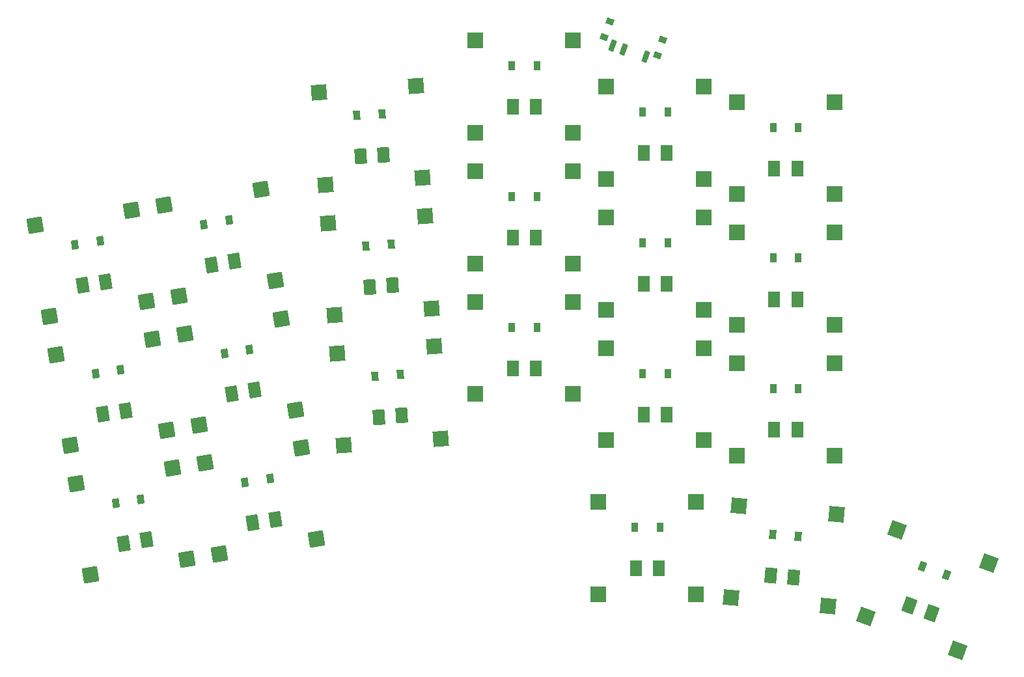
<source format=gbr>
%TF.GenerationSoftware,KiCad,Pcbnew,8.0.6*%
%TF.CreationDate,2025-08-05T00:15:41+02:00*%
%TF.ProjectId,reversible,72657665-7273-4696-926c-652e6b696361,v1.0.0*%
%TF.SameCoordinates,Original*%
%TF.FileFunction,Paste,Top*%
%TF.FilePolarity,Positive*%
%FSLAX46Y46*%
G04 Gerber Fmt 4.6, Leading zero omitted, Abs format (unit mm)*
G04 Created by KiCad (PCBNEW 8.0.6) date 2025-08-05 00:15:41*
%MOMM*%
%LPD*%
G01*
G04 APERTURE LIST*
G04 Aperture macros list*
%AMRotRect*
0 Rectangle, with rotation*
0 The origin of the aperture is its center*
0 $1 length*
0 $2 width*
0 $3 Rotation angle, in degrees counterclockwise*
0 Add horizontal line*
21,1,$1,$2,0,0,$3*%
G04 Aperture macros list end*
%ADD10RotRect,2.000000X2.000000X9.000000*%
%ADD11RotRect,1.550000X2.000000X9.000000*%
%ADD12R,0.900000X1.200000*%
%ADD13RotRect,0.900000X1.200000X355.000000*%
%ADD14RotRect,0.700000X1.500000X161.000000*%
%ADD15RotRect,1.000000X0.800000X161.000000*%
%ADD16RotRect,0.900000X1.200000X4.000000*%
%ADD17R,2.000000X2.000000*%
%ADD18R,1.550000X2.000000*%
%ADD19RotRect,2.000000X2.000000X4.000000*%
%ADD20RotRect,1.550000X2.000000X4.000000*%
%ADD21RotRect,0.900000X1.200000X9.000000*%
%ADD22RotRect,0.900000X1.200000X340.000000*%
%ADD23RotRect,2.000000X2.000000X340.000000*%
%ADD24RotRect,1.550000X2.000000X340.000000*%
%ADD25RotRect,2.000000X2.000000X355.000000*%
%ADD26RotRect,1.550000X2.000000X355.000000*%
G04 APERTURE END LIST*
D10*
%TO.C,CPG1316*%
X123853926Y-88660663D03*
X125731138Y-100512921D03*
X111310284Y-90647377D03*
X113187496Y-102499635D03*
D11*
X120416797Y-97962873D03*
X117453733Y-98432170D03*
%TD*%
D12*
%TO.C,D15*%
X171456961Y-44977562D03*
X168156959Y-44977558D03*
%TD*%
D13*
%TO.C,D20*%
X188425695Y-100189965D03*
X185138247Y-99902351D03*
%TD*%
D14*
%TO.C,PWR1*%
X164314684Y-36330505D03*
X165732965Y-36818860D03*
X168569523Y-37795561D03*
D15*
X170824374Y-35547177D03*
X163922087Y-33170531D03*
X170104868Y-37636770D03*
X163202579Y-35260126D03*
%TD*%
D12*
%TO.C,D12*%
X154456965Y-38977563D03*
X151156963Y-38977559D03*
%TD*%
D16*
%TO.C,D8*%
X135471364Y-62153888D03*
X132179412Y-62384082D03*
%TD*%
D17*
%TO.C,CPG1316*%
X176156958Y-75677563D03*
X176156961Y-87677556D03*
X163456955Y-75677560D03*
X163456958Y-87677553D03*
D18*
X171306961Y-84327563D03*
X168306958Y-84327558D03*
%TD*%
D19*
%TO.C,CPG1316*%
X139580939Y-53546245D03*
X138743857Y-41575475D03*
X126911875Y-54432153D03*
X126074793Y-42461383D03*
D20*
X134509069Y-50542727D03*
X131516375Y-50751994D03*
%TD*%
D17*
%TO.C,CPG1316*%
X175156960Y-95677562D03*
X175156963Y-107677555D03*
X162456957Y-95677559D03*
X162456960Y-107677552D03*
D18*
X170306963Y-104327562D03*
X167306960Y-104327557D03*
%TD*%
D21*
%TO.C,D2*%
X100277937Y-78523954D03*
X97018565Y-79040182D03*
%TD*%
D12*
%TO.C,D11*%
X154456964Y-55977562D03*
X151156962Y-55977558D03*
%TD*%
%TO.C,D13*%
X171456965Y-78977559D03*
X168156963Y-78977555D03*
%TD*%
%TO.C,D10*%
X154456961Y-72977562D03*
X151156959Y-72977558D03*
%TD*%
D10*
%TO.C,CPG1316*%
X104403839Y-74529337D03*
X106281051Y-86381595D03*
X91860197Y-76516051D03*
X93737409Y-88368309D03*
D11*
X100966710Y-83831547D03*
X98003646Y-84300844D03*
%TD*%
D21*
%TO.C,D6*%
X114409253Y-59073862D03*
X111149881Y-59590090D03*
%TD*%
D17*
%TO.C,CPG1316*%
X193156962Y-43677565D03*
X193156965Y-55677558D03*
X180456959Y-43677562D03*
X180456962Y-55677555D03*
D18*
X188306965Y-52327565D03*
X185306962Y-52327560D03*
%TD*%
D22*
%TO.C,D21*%
X207712917Y-105174426D03*
X204611931Y-104045756D03*
%TD*%
D12*
%TO.C,D19*%
X170456962Y-98977557D03*
X167156960Y-98977553D03*
%TD*%
D21*
%TO.C,D5*%
X117068640Y-75864571D03*
X113809268Y-76380799D03*
%TD*%
D19*
%TO.C,CPG1316*%
X140766805Y-70504832D03*
X139929723Y-58534062D03*
X128097741Y-71390740D03*
X127260659Y-59419970D03*
D20*
X135694935Y-67501314D03*
X132702241Y-67710581D03*
%TD*%
D12*
%TO.C,D17*%
X188456959Y-63977559D03*
X185156957Y-63977555D03*
%TD*%
D19*
%TO.C,CPG1316*%
X141952662Y-87463425D03*
X141115580Y-75492655D03*
X129283598Y-88349333D03*
X128446516Y-76378563D03*
D20*
X136880792Y-84459907D03*
X133888098Y-84669174D03*
%TD*%
D17*
%TO.C,CPG1316*%
X176156963Y-41677559D03*
X176156966Y-53677552D03*
X163456960Y-41677556D03*
X163456963Y-53677549D03*
D18*
X171306966Y-50327559D03*
X168306963Y-50327554D03*
%TD*%
D17*
%TO.C,CPG1316*%
X159156959Y-52677561D03*
X159156962Y-64677554D03*
X146456956Y-52677558D03*
X146456959Y-64677551D03*
D18*
X154306962Y-61327561D03*
X151306959Y-61327556D03*
%TD*%
D17*
%TO.C,CPG1316*%
X193156962Y-60677563D03*
X193156965Y-72677556D03*
X180456959Y-60677560D03*
X180456962Y-72677553D03*
D18*
X188306965Y-69327563D03*
X185306962Y-69327558D03*
%TD*%
D17*
%TO.C,CPG1316*%
X176156957Y-58677564D03*
X176156960Y-70677557D03*
X163456954Y-58677561D03*
X163456957Y-70677554D03*
D18*
X171306960Y-67327564D03*
X168306957Y-67327559D03*
%TD*%
D16*
%TO.C,D7*%
X136657221Y-79112471D03*
X133365269Y-79342665D03*
%TD*%
D21*
%TO.C,D3*%
X97618549Y-61733248D03*
X94359177Y-62249476D03*
%TD*%
D10*
%TO.C,CPG1316*%
X101744451Y-57738640D03*
X103621663Y-69590898D03*
X89200809Y-59725354D03*
X91078021Y-71577612D03*
D11*
X98307322Y-67040850D03*
X95344258Y-67510147D03*
%TD*%
D21*
%TO.C,D4*%
X119728025Y-92655270D03*
X116468653Y-93171498D03*
%TD*%
D17*
%TO.C,CPG1316*%
X159156964Y-35677565D03*
X159156967Y-47677558D03*
X146456961Y-35677562D03*
X146456964Y-47677555D03*
D18*
X154306967Y-44327565D03*
X151306964Y-44327560D03*
%TD*%
D12*
%TO.C,D16*%
X188456963Y-80977555D03*
X185156961Y-80977551D03*
%TD*%
%TO.C,D14*%
X171456964Y-61977556D03*
X168156962Y-61977552D03*
%TD*%
D21*
%TO.C,D1*%
X102937323Y-95314657D03*
X99677951Y-95830885D03*
%TD*%
D17*
%TO.C,CPG1316*%
X193156960Y-77677561D03*
X193156963Y-89677554D03*
X180456957Y-77677558D03*
X180456960Y-89677551D03*
D18*
X188306963Y-86327561D03*
X185306960Y-86327556D03*
%TD*%
D10*
%TO.C,CPG1316*%
X118535153Y-55079248D03*
X120412365Y-66931506D03*
X105991511Y-57065962D03*
X107868723Y-68918220D03*
D11*
X115098024Y-64381458D03*
X112134960Y-64850755D03*
%TD*%
D23*
%TO.C,CPG1316*%
X213258137Y-103680942D03*
X209153895Y-114957254D03*
X201324041Y-99337288D03*
X197219799Y-110613600D03*
D24*
X205742157Y-110150482D03*
X202923078Y-109124422D03*
%TD*%
D12*
%TO.C,D18*%
X188456962Y-46977560D03*
X185156960Y-46977556D03*
%TD*%
D16*
%TO.C,D9*%
X134285508Y-45195297D03*
X130993556Y-45425491D03*
%TD*%
D17*
%TO.C,CPG1316*%
X159156962Y-69677564D03*
X159156965Y-81677557D03*
X146456959Y-69677561D03*
X146456962Y-81677554D03*
D18*
X154306965Y-78327564D03*
X151306962Y-78327559D03*
%TD*%
D10*
%TO.C,CPG1316*%
X107063226Y-91320043D03*
X108940438Y-103172301D03*
X94519584Y-93306757D03*
X96396796Y-105159015D03*
D11*
X103626097Y-100622253D03*
X100663033Y-101091550D03*
%TD*%
D10*
%TO.C,CPG1316*%
X121194546Y-71869953D03*
X123071758Y-83722211D03*
X108650904Y-73856667D03*
X110528116Y-85708925D03*
D11*
X117757417Y-81172163D03*
X114794353Y-81641460D03*
%TD*%
D25*
%TO.C,CPG1316*%
X193395418Y-97312152D03*
X192349550Y-109266490D03*
X180743746Y-96205276D03*
X179697878Y-108159614D03*
D26*
X187809975Y-105506529D03*
X184821387Y-105245066D03*
%TD*%
M02*

</source>
